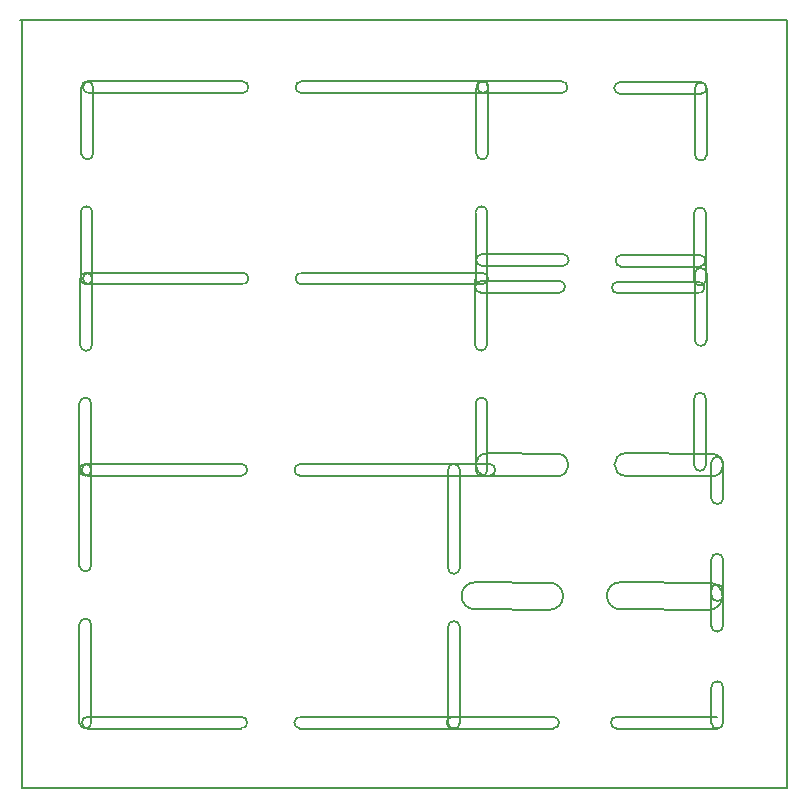
<source format=gko>
G04*
G04 #@! TF.GenerationSoftware,Altium Limited,Altium Designer,20.1.8 (145)*
G04*
G04 Layer_Color=16711935*
%FSLAX25Y25*%
%MOIN*%
G70*
G04*
G04 #@! TF.SameCoordinates,DC3DFF13-D98B-404C-8633-9541E25296ED*
G04*
G04*
G04 #@! TF.FilePolarity,Positive*
G04*
G01*
G75*
%ADD38C,0.00787*%
D38*
X73622Y103937D02*
G03*
X73622Y107874I0J1969D01*
G01*
X22441Y107874D02*
G03*
X22441Y103937I0J-1969D01*
G01*
X93307Y107874D02*
G03*
X93307Y103937I0J-1969D01*
G01*
X146457Y105905D02*
G03*
X142520Y105905I-1969J-0D01*
G01*
X142520Y73228D02*
G03*
X146457Y73228I1969J0D01*
G01*
X146457Y53543D02*
G03*
X142520Y53543I-1969J-0D01*
G01*
X73622Y19685D02*
G03*
X73622Y23622I0J1969D01*
G01*
X22441Y23622D02*
G03*
X22441Y19685I0J-1969D01*
G01*
X93307Y23622D02*
G03*
X93307Y19685I0J-1969D01*
G01*
X142520Y21654D02*
G03*
X146457Y21654I1969J0D01*
G01*
X23622Y105905D02*
G03*
X19685Y105905I-1969J0D01*
G01*
X19685Y74016D02*
G03*
X23622Y74016I1969J0D01*
G01*
X23622Y127992D02*
G03*
X19685Y127992I-1969J0D01*
G01*
Y105905D02*
G03*
X23622Y105905I1969J0D01*
G01*
X19934Y147556D02*
G03*
X23871Y147556I1969J0D01*
G01*
Y169643D02*
G03*
X19934Y169643I-1969J0D01*
G01*
X151719Y105948D02*
G03*
X155656Y105948I1969J0D01*
G01*
Y128035D02*
G03*
X151719Y128035I-1969J-0D01*
G01*
X151575Y147598D02*
G03*
X155512Y147598I1969J0D01*
G01*
X156299Y103937D02*
G03*
X156299Y107874I0J1969D01*
G01*
X153937Y167717D02*
G03*
X153937Y171654I0J1969D01*
G01*
X93701D02*
G03*
X93701Y167717I0J-1969D01*
G01*
X22835Y171653D02*
G03*
X22835Y167717I0J-1969D01*
G01*
X74016Y167717D02*
G03*
X74016Y171654I0J1969D01*
G01*
X154082Y231538D02*
G03*
X154082Y235475I0J1969D01*
G01*
X93701Y235433D02*
G03*
X93701Y231496I0J-1969D01*
G01*
X22835Y235433D02*
G03*
X22835Y231496I0J-1969D01*
G01*
X74016Y231496D02*
G03*
X74016Y235433I0J1969D01*
G01*
X24265Y233422D02*
G03*
X20328Y233422I-1969J0D01*
G01*
Y211335D02*
G03*
X24265Y211335I1969J0D01*
G01*
X20079Y169685D02*
G03*
X24016Y169685I1969J0D01*
G01*
Y191772D02*
G03*
X20079Y191772I-1969J0D01*
G01*
X151719Y169727D02*
G03*
X155656Y169727I1969J0D01*
G01*
Y191814D02*
G03*
X151719Y191814I-1969J-0D01*
G01*
X155905Y233465D02*
G03*
X151969Y233465I-1969J-0D01*
G01*
Y211378D02*
G03*
X155905Y211378I1969J0D01*
G01*
X200354Y177559D02*
G03*
X200354Y173622I0J-1969D01*
G01*
X226378D02*
G03*
X226378Y177559I-0J1969D01*
G01*
X180791Y173871D02*
G03*
X180791Y177808I-0J1969D01*
G01*
X153937D02*
G03*
X153937Y173871I0J-1969D01*
G01*
X224803Y210984D02*
G03*
X228740Y210984I1969J0D01*
G01*
Y233071D02*
G03*
X224803Y233071I-1969J-0D01*
G01*
X228491Y191420D02*
G03*
X224554Y191420I-1969J-0D01*
G01*
Y169334D02*
G03*
X228491Y169334I1969J0D01*
G01*
X226772Y231247D02*
G03*
X226772Y235184I0J1969D01*
G01*
X199918D02*
G03*
X199918Y231247I0J-1969D01*
G01*
X154331Y235433D02*
G03*
X154331Y231496I0J-1969D01*
G01*
X180355D02*
G03*
X180355Y235433I0J1969D01*
G01*
X179567Y164961D02*
G03*
X179567Y168898I0J1969D01*
G01*
X153543D02*
G03*
X153543Y164961I0J-1969D01*
G01*
X199131Y168649D02*
G03*
X199131Y164711I0J-1969D01*
G01*
X225984D02*
G03*
X225984Y168649I0J1969D01*
G01*
X224554Y107522D02*
G03*
X228491Y107522I1969J0D01*
G01*
Y129610D02*
G03*
X224554Y129610I-1969J-0D01*
G01*
X228740Y171260D02*
G03*
X224803Y171260I-1969J-0D01*
G01*
Y149173D02*
G03*
X228740Y149173I1969J0D01*
G01*
X179131Y103792D02*
G03*
X179131Y111273I-194J3740D01*
G01*
X155326Y111411D02*
G03*
X155326Y103931I194J-3740D01*
G01*
X201575Y111417D02*
G03*
X201575Y103937I194J-3740D01*
G01*
X230315Y96457D02*
G03*
X234252Y96457I1969J0D01*
G01*
Y108268D02*
G03*
X230315Y108268I-1969J-0D01*
G01*
X230708Y103767D02*
G03*
X230708Y111248I-194J3740D01*
G01*
X234252Y75984D02*
G03*
X230315Y75984I-1969J-0D01*
G01*
Y64173D02*
G03*
X234252Y64173I1969J0D01*
G01*
X230315Y21654D02*
G03*
X234252Y21654I1969J0D01*
G01*
Y33465D02*
G03*
X230315Y33465I-1969J-0D01*
G01*
X234252Y65748D02*
G03*
X230315Y65748I-1969J-0D01*
G01*
Y53937D02*
G03*
X234252Y53937I1969J0D01*
G01*
X144055Y23622D02*
G03*
X144055Y19685I0J-1969D01*
G01*
X177559D02*
G03*
X177559Y23622I0J1969D01*
G01*
X198779D02*
G03*
X198779Y19685I0J-1969D01*
G01*
X176375Y59252D02*
G03*
X176375Y68307I3J4528D01*
G01*
X151574Y68441D02*
G03*
X151574Y59386I-3J-4528D01*
G01*
X229524Y59252D02*
G03*
X229524Y68307I3J4528D01*
G01*
X199997Y68469D02*
G03*
X200003Y59414I3J-4528D01*
G01*
X23622Y54331D02*
G03*
X19685Y54331I-1969J0D01*
G01*
X19685Y21654D02*
G03*
X23622Y21654I1969J0D01*
G01*
X22441Y103937D02*
X73622D01*
X22441Y107874D02*
X73622D01*
X146457Y73228D02*
Y105905D01*
X142520Y73228D02*
Y105905D01*
X146457Y53543D02*
X146457Y21654D01*
X22441Y19685D02*
X73622D01*
X22441Y23622D02*
X73622D01*
X93307Y19685D02*
X144488D01*
X93307Y23622D02*
X144488D01*
X142520Y21654D02*
Y53543D01*
X23622Y106101D02*
X23622Y127992D01*
X19685Y105905D02*
Y127992D01*
X23622Y74016D02*
Y105905D01*
X19685Y105905D02*
X19685Y74016D01*
X19934Y147556D02*
Y169643D01*
X23871Y147752D02*
X23871Y169643D01*
X151719Y105948D02*
X151719Y127839D01*
X155656Y105948D02*
Y128035D01*
X93307Y107874D02*
X156299D01*
X93307Y103937D02*
X156299Y103937D01*
X93701Y167717D02*
X154082D01*
X93701Y171654D02*
X154082D01*
X22835Y171653D02*
X74016D01*
X22835Y167717D02*
X74016D01*
X93701Y231496D02*
X154082D01*
X93701Y235433D02*
X154082D01*
X22835Y235433D02*
X74016D01*
X22835Y231496D02*
X74016D01*
X24265Y211531D02*
X24265Y233422D01*
X20328Y211335D02*
Y233422D01*
X20079Y169685D02*
Y191772D01*
X24016Y169881D02*
X24016Y191772D01*
X151719Y169727D02*
X151719Y191618D01*
X155656Y169727D02*
Y191814D01*
X155905Y211378D02*
Y233465D01*
X151969Y211378D02*
X151969Y233269D01*
X200354Y177559D02*
X226378Y177559D01*
X200354Y173622D02*
X226378D01*
X153937Y173871D02*
X180791D01*
X153937Y177808D02*
X180595Y177808D01*
X155512Y147598D02*
Y169685D01*
X151575Y147598D02*
X151575Y169489D01*
X224803Y210984D02*
X224803Y232875D01*
X228740Y210984D02*
Y233071D01*
X228491Y169334D02*
Y191420D01*
X224554Y169334D02*
X224554Y191225D01*
X200114Y231247D02*
X226772Y231247D01*
X199918Y235184D02*
X226772D01*
X154331Y235433D02*
X180355D01*
X154331Y231496D02*
X180355Y231496D01*
X153543Y164961D02*
X179567Y164961D01*
X153543Y168898D02*
X179567D01*
X199131Y168649D02*
X225984D01*
X199326Y164711D02*
X225984Y164711D01*
X155326Y111411D02*
X179131Y111273D01*
X224554Y107522D02*
X224554Y129414D01*
X228491Y107522D02*
Y129610D01*
X228740Y149173D02*
Y171260D01*
X224803Y149173D02*
X224803Y171064D01*
X155326Y103931D02*
X179131Y103792D01*
X201575Y103937D02*
X230315Y103813D01*
X201575Y111417D02*
X230708Y111248D01*
X230315Y96457D02*
Y108268D01*
X234252Y96457D02*
Y108268D01*
Y64173D02*
Y75984D01*
X230315Y64173D02*
Y75984D01*
Y21654D02*
Y33465D01*
X234252Y21654D02*
Y33465D01*
Y53937D02*
Y65748D01*
X230315Y53937D02*
Y65748D01*
X144055Y23622D02*
X177559D01*
X144055Y19685D02*
X177559Y19685D01*
X198779Y19685D02*
X232283Y19685D01*
X198779Y23622D02*
X232283D01*
X151572Y59386D02*
X176379Y59242D01*
X151574Y68441D02*
X176379Y68297D01*
X200000Y59414D02*
X229529Y59242D01*
X199997Y68469D02*
X229529Y68297D01*
X23622Y21654D02*
Y54331D01*
X19685Y21654D02*
Y54331D01*
X394Y0D02*
Y255512D01*
X0Y255906D02*
X394Y255512D01*
X0Y255906D02*
X255512D01*
Y0D02*
Y255906D01*
X394Y0D02*
X255512D01*
M02*

</source>
